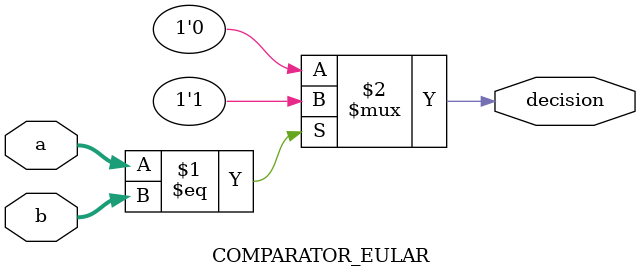
<source format=v>
module COMPARATOR_EULAR(a,b,decision);

parameter Size = 6;

input [Size-1:0]a;
input [Size-1:0]b;
output decision;

assign decision = (a == b)? 1'b1 : 1'b0;

endmodule
</source>
